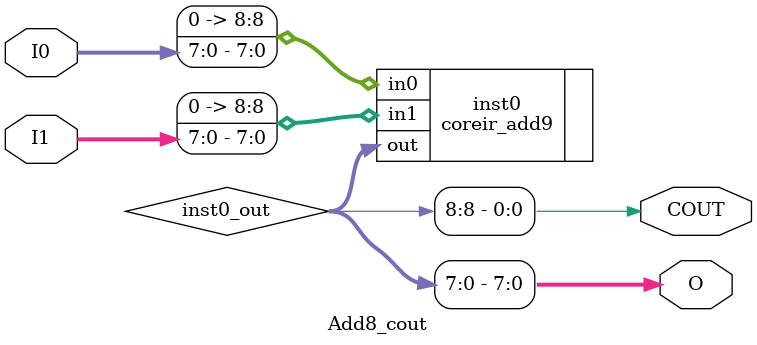
<source format=v>
module Add8_cout (input [7:0] I0, input [7:0] I1, output [7:0] O, output  COUT);
wire [8:0] inst0_out;
coreir_add9 inst0 (.in0({1'b0,I0[7],I0[6],I0[5],I0[4],I0[3],I0[2],I0[1],I0[0]}), .in1({1'b0,I1[7],I1[6],I1[5],I1[4],I1[3],I1[2],I1[1],I1[0]}), .out(inst0_out));
assign O = {inst0_out[7],inst0_out[6],inst0_out[5],inst0_out[4],inst0_out[3],inst0_out[2],inst0_out[1],inst0_out[0]};
assign COUT = inst0_out[8];
endmodule


</source>
